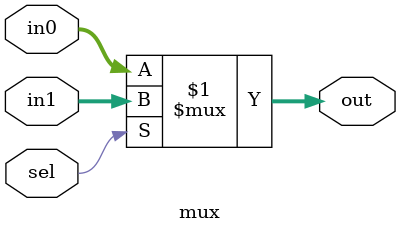
<source format=v>


module mux
  #(  parameter DW = 32  )  // data width
   (  input           sel,  // selector
      input  [DW-1:0] in0,  // input 0
      input  [DW-1:0] in1,  // input 1
      output [DW-1:0] out); // output

  assign out = sel ? in1 : in0;

endmodule

</source>
